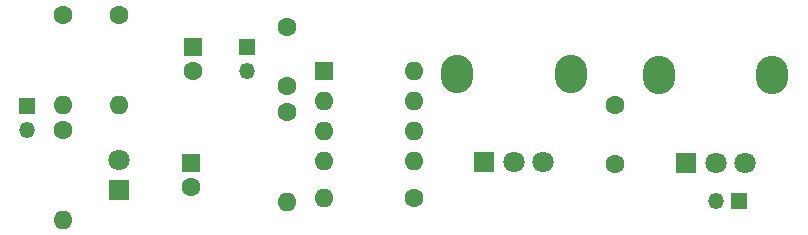
<source format=gbr>
%TF.GenerationSoftware,KiCad,Pcbnew,8.0.3*%
%TF.CreationDate,2024-07-24T13:51:14+03:00*%
%TF.ProjectId,TPA-1,5450412d-312e-46b6-9963-61645f706362,rev?*%
%TF.SameCoordinates,Original*%
%TF.FileFunction,Soldermask,Top*%
%TF.FilePolarity,Negative*%
%FSLAX46Y46*%
G04 Gerber Fmt 4.6, Leading zero omitted, Abs format (unit mm)*
G04 Created by KiCad (PCBNEW 8.0.3) date 2024-07-24 13:51:14*
%MOMM*%
%LPD*%
G01*
G04 APERTURE LIST*
%ADD10R,1.350000X1.350000*%
%ADD11O,1.350000X1.350000*%
%ADD12R,1.600000X1.600000*%
%ADD13C,1.600000*%
%ADD14O,2.720000X3.240000*%
%ADD15R,1.800000X1.800000*%
%ADD16C,1.800000*%
%ADD17O,1.600000X1.600000*%
G04 APERTURE END LIST*
D10*
%TO.C,J3*%
X126400000Y-123700000D03*
D11*
X124400000Y-123700000D03*
%TD*%
D12*
%TO.C,C2*%
X80100000Y-110700000D03*
D13*
X80100000Y-112700000D03*
%TD*%
D14*
%TO.C,RV1*%
X102500000Y-112925000D03*
X112100000Y-112925000D03*
D15*
X104800000Y-120425000D03*
D16*
X107300000Y-120425000D03*
X109800000Y-120425000D03*
%TD*%
D13*
%TO.C,R5*%
X98810000Y-123500000D03*
D17*
X91190000Y-123500000D03*
%TD*%
D13*
%TO.C,C4*%
X115900000Y-120600000D03*
X115900000Y-115600000D03*
%TD*%
D10*
%TO.C,J2*%
X84700000Y-110700000D03*
D11*
X84700000Y-112700000D03*
%TD*%
D13*
%TO.C,R4*%
X88100000Y-116190000D03*
D17*
X88100000Y-123810000D03*
%TD*%
D13*
%TO.C,R1*%
X69100000Y-107980000D03*
D17*
X69100000Y-115600000D03*
%TD*%
D13*
%TO.C,R2*%
X69100000Y-117700000D03*
D17*
X69100000Y-125320000D03*
%TD*%
D13*
%TO.C,R3*%
X73900000Y-108000000D03*
D17*
X73900000Y-115620000D03*
%TD*%
D10*
%TO.C,J1*%
X66100000Y-115700000D03*
D11*
X66100000Y-117700000D03*
%TD*%
D13*
%TO.C,C3*%
X88100000Y-109000000D03*
X88100000Y-114000000D03*
%TD*%
D12*
%TO.C,U1*%
X91200000Y-112700000D03*
D17*
X91200000Y-115240000D03*
X91200000Y-117780000D03*
X91200000Y-120320000D03*
X98820000Y-120320000D03*
X98820000Y-117780000D03*
X98820000Y-115240000D03*
X98820000Y-112700000D03*
%TD*%
D15*
%TO.C,D1*%
X73900000Y-122775000D03*
D16*
X73900000Y-120235000D03*
%TD*%
D14*
%TO.C,RV2*%
X119600000Y-113025000D03*
X129200000Y-113025000D03*
D15*
X121900000Y-120525000D03*
D16*
X124400000Y-120525000D03*
X126900000Y-120525000D03*
%TD*%
D12*
%TO.C,C1*%
X80000000Y-120500000D03*
D13*
X80000000Y-122500000D03*
%TD*%
M02*

</source>
